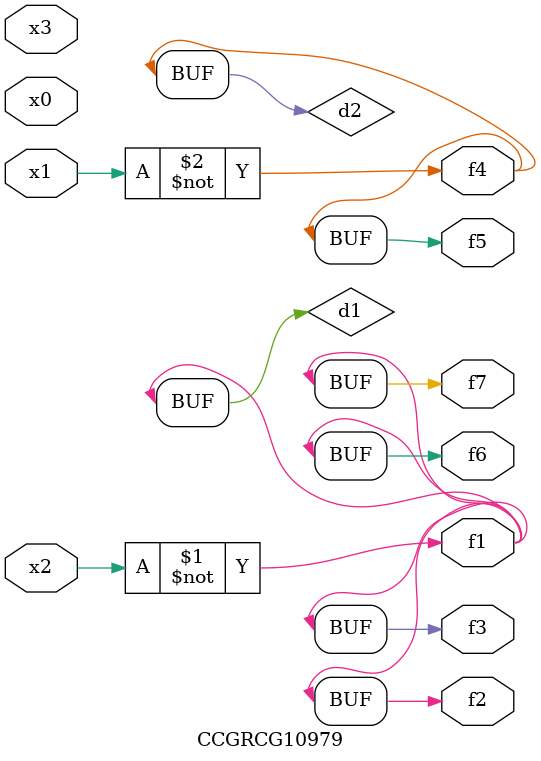
<source format=v>
module CCGRCG10979(
	input x0, x1, x2, x3,
	output f1, f2, f3, f4, f5, f6, f7
);

	wire d1, d2;

	xnor (d1, x2);
	not (d2, x1);
	assign f1 = d1;
	assign f2 = d1;
	assign f3 = d1;
	assign f4 = d2;
	assign f5 = d2;
	assign f6 = d1;
	assign f7 = d1;
endmodule

</source>
